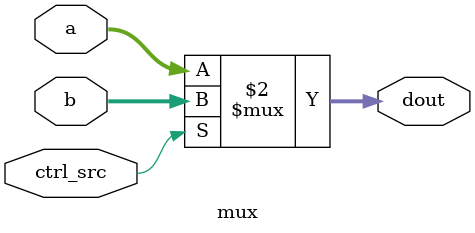
<source format=v>
module mux#(parameter length = 32)(a, b, ctrl_src, dout);
    input [length-1:0] a; //输入
    input [length-1:0] b; //输入
    input ctrl_src; //输入信号，aluSrc和PcsRC
    output reg [length-1:0] dout;

    always @(*)
        begin
          dout <= (ctrl_src) ? b : a;
          //$display("mux a:%h b:%h ctrl_src:%h dout:%h",a, b, ctrl_src, dout);
        end

endmodule//mux
</source>
